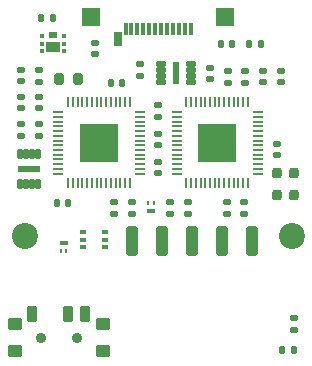
<source format=gbr>
%TF.GenerationSoftware,KiCad,Pcbnew,7.0.8*%
%TF.CreationDate,2024-04-10T13:39:31+02:00*%
%TF.ProjectId,Expansion_Card_Retrofit,45787061-6e73-4696-9f6e-5f436172645f,X1*%
%TF.SameCoordinates,Original*%
%TF.FileFunction,Soldermask,Top*%
%TF.FilePolarity,Negative*%
%FSLAX46Y46*%
G04 Gerber Fmt 4.6, Leading zero omitted, Abs format (unit mm)*
G04 Created by KiCad (PCBNEW 7.0.8) date 2024-04-10 13:39:31*
%MOMM*%
%LPD*%
G01*
G04 APERTURE LIST*
G04 Aperture macros list*
%AMRoundRect*
0 Rectangle with rounded corners*
0 $1 Rounding radius*
0 $2 $3 $4 $5 $6 $7 $8 $9 X,Y pos of 4 corners*
0 Add a 4 corners polygon primitive as box body*
4,1,4,$2,$3,$4,$5,$6,$7,$8,$9,$2,$3,0*
0 Add four circle primitives for the rounded corners*
1,1,$1+$1,$2,$3*
1,1,$1+$1,$4,$5*
1,1,$1+$1,$6,$7*
1,1,$1+$1,$8,$9*
0 Add four rect primitives between the rounded corners*
20,1,$1+$1,$2,$3,$4,$5,0*
20,1,$1+$1,$4,$5,$6,$7,0*
20,1,$1+$1,$6,$7,$8,$9,0*
20,1,$1+$1,$8,$9,$2,$3,0*%
G04 Aperture macros list end*
%ADD10C,2.200000*%
%ADD11RoundRect,0.102000X-0.150000X-0.850000X0.150000X-0.850000X0.150000X0.850000X-0.150000X0.850000X0*%
%ADD12RoundRect,0.102000X-0.300000X-0.150000X0.300000X-0.150000X0.300000X0.150000X-0.300000X0.150000X0*%
%ADD13RoundRect,0.050000X0.050000X-0.387500X0.050000X0.387500X-0.050000X0.387500X-0.050000X-0.387500X0*%
%ADD14RoundRect,0.050000X0.387500X-0.050000X0.387500X0.050000X-0.387500X0.050000X-0.387500X-0.050000X0*%
%ADD15R,3.200000X3.200000*%
%ADD16R,0.600000X0.420000*%
%ADD17RoundRect,0.140000X-0.140000X-0.170000X0.140000X-0.170000X0.140000X0.170000X-0.140000X0.170000X0*%
%ADD18RoundRect,0.147500X-0.147500X-0.172500X0.147500X-0.172500X0.147500X0.172500X-0.147500X0.172500X0*%
%ADD19RoundRect,0.140000X-0.170000X0.140000X-0.170000X-0.140000X0.170000X-0.140000X0.170000X0.140000X0*%
%ADD20RoundRect,0.140000X0.170000X-0.140000X0.170000X0.140000X-0.170000X0.140000X-0.170000X-0.140000X0*%
%ADD21R,0.380000X1.000000*%
%ADD22R,0.700000X1.150000*%
%ADD23RoundRect,0.050000X-0.050000X-0.387500X0.050000X-0.387500X0.050000X0.387500X-0.050000X0.387500X0*%
%ADD24RoundRect,0.050000X-0.387500X-0.050000X0.387500X-0.050000X0.387500X0.050000X-0.387500X0.050000X0*%
%ADD25R,0.425000X0.400000*%
%ADD26R,1.150000X0.950000*%
%ADD27R,0.800000X0.480000*%
%ADD28RoundRect,0.250000X-0.250000X-1.000000X0.250000X-1.000000X0.250000X1.000000X-0.250000X1.000000X0*%
%ADD29R,1.500000X1.500000*%
%ADD30RoundRect,0.200000X0.200000X0.250000X-0.200000X0.250000X-0.200000X-0.250000X0.200000X-0.250000X0*%
%ADD31RoundRect,0.200000X0.200000X0.275000X-0.200000X0.275000X-0.200000X-0.275000X0.200000X-0.275000X0*%
%ADD32RoundRect,0.102000X0.150000X-0.300000X0.150000X0.300000X-0.150000X0.300000X-0.150000X-0.300000X0*%
%ADD33RoundRect,0.102000X0.850000X-0.150000X0.850000X0.150000X-0.850000X0.150000X-0.850000X-0.150000X0*%
%ADD34R,0.250000X0.400000*%
%ADD35R,0.700000X0.400000*%
%ADD36RoundRect,0.135000X-0.185000X0.135000X-0.185000X-0.135000X0.185000X-0.135000X0.185000X0.135000X0*%
%ADD37RoundRect,0.140000X0.140000X0.170000X-0.140000X0.170000X-0.140000X-0.170000X0.140000X-0.170000X0*%
%ADD38RoundRect,0.135000X0.135000X0.185000X-0.135000X0.185000X-0.135000X-0.185000X0.135000X-0.185000X0*%
%ADD39RoundRect,0.135000X0.185000X-0.135000X0.185000X0.135000X-0.185000X0.135000X-0.185000X-0.135000X0*%
%ADD40C,0.900000*%
%ADD41RoundRect,0.102000X-0.350000X0.550000X-0.350000X-0.550000X0.350000X-0.550000X0.350000X0.550000X0*%
%ADD42RoundRect,0.102000X0.500000X0.400000X-0.500000X0.400000X-0.500000X-0.400000X0.500000X-0.400000X0*%
G04 APERTURE END LIST*
D10*
%TO.C,H1*%
X129000000Y-104550000D03*
%TD*%
D11*
%TO.C,U5*%
X141800000Y-90800000D03*
D12*
X143050000Y-90050000D03*
X143050000Y-90550000D03*
X143050000Y-91050000D03*
X143050000Y-91550000D03*
X140550000Y-91550000D03*
X140550000Y-91050000D03*
X140550000Y-90550000D03*
X140550000Y-90050000D03*
%TD*%
D13*
%TO.C,U2*%
X132700000Y-100137500D03*
X133100000Y-100137500D03*
X133500000Y-100137500D03*
X133900000Y-100137500D03*
X134300000Y-100137500D03*
X134700000Y-100137500D03*
X135100000Y-100137500D03*
X135500000Y-100137500D03*
X135900000Y-100137500D03*
X136300000Y-100137500D03*
X136700000Y-100137500D03*
X137100000Y-100137500D03*
X137500000Y-100137500D03*
X137900000Y-100137500D03*
D14*
X138737500Y-99300000D03*
X138737500Y-98900000D03*
X138737500Y-98500000D03*
X138737500Y-98100000D03*
X138737500Y-97700000D03*
X138737500Y-97300000D03*
X138737500Y-96900000D03*
X138737500Y-96500000D03*
X138737500Y-96100000D03*
X138737500Y-95700000D03*
X138737500Y-95300000D03*
X138737500Y-94900000D03*
X138737500Y-94500000D03*
X138737500Y-94100000D03*
D13*
X137900000Y-93262500D03*
X137500000Y-93262500D03*
X137100000Y-93262500D03*
X136700000Y-93262500D03*
X136300000Y-93262500D03*
X135900000Y-93262500D03*
X135500000Y-93262500D03*
X135100000Y-93262500D03*
X134700000Y-93262500D03*
X134300000Y-93262500D03*
X133900000Y-93262500D03*
X133500000Y-93262500D03*
X133100000Y-93262500D03*
X132700000Y-93262500D03*
D14*
X131862500Y-94100000D03*
X131862500Y-94500000D03*
X131862500Y-94900000D03*
X131862500Y-95300000D03*
X131862500Y-95700000D03*
X131862500Y-96100000D03*
X131862500Y-96500000D03*
X131862500Y-96900000D03*
X131862500Y-97300000D03*
X131862500Y-97700000D03*
X131862500Y-98100000D03*
X131862500Y-98500000D03*
X131862500Y-98900000D03*
X131862500Y-99300000D03*
D15*
X135300000Y-96700000D03*
%TD*%
D16*
%TO.C,Q3*%
X135850000Y-105550000D03*
X135850000Y-104900000D03*
X135850000Y-104250000D03*
X133950000Y-104250000D03*
X133950000Y-104900000D03*
X133950000Y-105550000D03*
%TD*%
D17*
%TO.C,C24*%
X136320000Y-91600000D03*
X137280000Y-91600000D03*
%TD*%
D18*
%TO.C,D1*%
X150815000Y-114212500D03*
X151785000Y-114212500D03*
%TD*%
D19*
%TO.C,C19*%
X140300000Y-99280000D03*
X140300000Y-98320000D03*
%TD*%
D20*
%TO.C,C6*%
X130200000Y-96080000D03*
X130200000Y-95120000D03*
%TD*%
%TO.C,C1*%
X135000000Y-89180000D03*
X135000000Y-88220000D03*
%TD*%
D10*
%TO.C,H2*%
X151600000Y-104550000D03*
%TD*%
D21*
%TO.C,P1*%
X137550000Y-87090000D03*
X138050000Y-87090000D03*
X138550000Y-87090000D03*
X139050000Y-87090000D03*
X139550000Y-87090000D03*
X140050000Y-87090000D03*
X140550000Y-87090000D03*
X141050000Y-87090000D03*
X141550000Y-87090000D03*
X142050000Y-87090000D03*
X142550000Y-87090000D03*
X143050000Y-87090000D03*
D22*
X136880000Y-87930000D03*
%TD*%
D15*
%TO.C,U4*%
X145300000Y-96700000D03*
D23*
X142700000Y-93262500D03*
X143100000Y-93262500D03*
X143500000Y-93262500D03*
X143900000Y-93262500D03*
X144300000Y-93262500D03*
X144700000Y-93262500D03*
X145100000Y-93262500D03*
X145500000Y-93262500D03*
X145900000Y-93262500D03*
X146300000Y-93262500D03*
X146700000Y-93262500D03*
X147100000Y-93262500D03*
X147500000Y-93262500D03*
X147900000Y-93262500D03*
D24*
X148737500Y-94100000D03*
X148737500Y-94500000D03*
X148737500Y-94900000D03*
X148737500Y-95300000D03*
X148737500Y-95700000D03*
X148737500Y-96100000D03*
X148737500Y-96500000D03*
X148737500Y-96900000D03*
X148737500Y-97300000D03*
X148737500Y-97700000D03*
X148737500Y-98100000D03*
X148737500Y-98500000D03*
X148737500Y-98900000D03*
X148737500Y-99300000D03*
D23*
X147900000Y-100137500D03*
X147500000Y-100137500D03*
X147100000Y-100137500D03*
X146700000Y-100137500D03*
X146300000Y-100137500D03*
X145900000Y-100137500D03*
X145500000Y-100137500D03*
X145100000Y-100137500D03*
X144700000Y-100137500D03*
X144300000Y-100137500D03*
X143900000Y-100137500D03*
X143500000Y-100137500D03*
X143100000Y-100137500D03*
X142700000Y-100137500D03*
D24*
X141862500Y-99300000D03*
X141862500Y-98900000D03*
X141862500Y-98500000D03*
X141862500Y-98100000D03*
X141862500Y-97700000D03*
X141862500Y-97300000D03*
X141862500Y-96900000D03*
X141862500Y-96500000D03*
X141862500Y-96100000D03*
X141862500Y-95700000D03*
X141862500Y-95300000D03*
X141862500Y-94900000D03*
X141862500Y-94500000D03*
X141862500Y-94100000D03*
%TD*%
D20*
%TO.C,C14*%
X149200000Y-90620000D03*
X149200000Y-91580000D03*
%TD*%
%TO.C,C7*%
X128700000Y-93780000D03*
X128700000Y-92820000D03*
%TD*%
%TO.C,C9*%
X128700000Y-91480000D03*
X128700000Y-90520000D03*
%TD*%
D25*
%TO.C,U1*%
X132337500Y-88950000D03*
X132337500Y-88300000D03*
X132337500Y-87650000D03*
X130462500Y-87650000D03*
X130462500Y-88300000D03*
X130462500Y-88950000D03*
D26*
X131400000Y-88625000D03*
D27*
X131400000Y-87600000D03*
%TD*%
D20*
%TO.C,C8*%
X130200000Y-93780000D03*
X130200000Y-92820000D03*
%TD*%
D19*
%TO.C,C22*%
X136600000Y-101720000D03*
X136600000Y-102680000D03*
%TD*%
D28*
%TO.C,J1*%
X138120000Y-105025000D03*
X140660000Y-105025000D03*
X143200000Y-105025000D03*
X145740000Y-105025000D03*
X148280000Y-105025000D03*
%TD*%
D29*
%TO.C,TP3*%
X146000000Y-86050000D03*
%TD*%
%TO.C,TP1*%
X134600000Y-86050000D03*
%TD*%
D30*
%TO.C,X1*%
X151825000Y-101125000D03*
X151825000Y-99275000D03*
X150375000Y-99275000D03*
X150375000Y-101125000D03*
%TD*%
D20*
%TO.C,C18*%
X142800000Y-102680000D03*
X142800000Y-101720000D03*
%TD*%
%TO.C,C11*%
X128700000Y-96080000D03*
X128700000Y-95120000D03*
%TD*%
%TO.C,C5*%
X140300000Y-96880000D03*
X140300000Y-95920000D03*
%TD*%
D31*
%TO.C,R11*%
X133525000Y-91300000D03*
X131875000Y-91300000D03*
%TD*%
D32*
%TO.C,U3*%
X128650000Y-100150000D03*
X129150000Y-100150000D03*
X129650000Y-100150000D03*
X130150000Y-100150000D03*
X130150000Y-97650000D03*
X129650000Y-97650000D03*
X129150000Y-97650000D03*
X128650000Y-97650000D03*
D33*
X129400000Y-98900000D03*
%TD*%
D20*
%TO.C,C16*%
X140300000Y-93520000D03*
X140300000Y-94480000D03*
%TD*%
D34*
%TO.C,Q2*%
X132075000Y-105850000D03*
X132525000Y-105850000D03*
D35*
X132300000Y-105150000D03*
%TD*%
D36*
%TO.C,R12*%
X130200000Y-90490000D03*
X130200000Y-91510000D03*
%TD*%
D20*
%TO.C,C21*%
X150400000Y-96770000D03*
X150400000Y-97730000D03*
%TD*%
D19*
%TO.C,C20*%
X146100000Y-102680000D03*
X146100000Y-101720000D03*
%TD*%
D17*
%TO.C,C2*%
X130420000Y-86100000D03*
X131380000Y-86100000D03*
%TD*%
D36*
%TO.C,R1*%
X138800000Y-89990000D03*
X138800000Y-91010000D03*
%TD*%
D34*
%TO.C,Q1*%
X139925000Y-101750000D03*
X139475000Y-101750000D03*
D35*
X139700000Y-102450000D03*
%TD*%
D37*
%TO.C,C10*%
X132680000Y-101800000D03*
X131720000Y-101800000D03*
%TD*%
D38*
%TO.C,R17*%
X149010000Y-88300000D03*
X147990000Y-88300000D03*
%TD*%
D19*
%TO.C,C12*%
X147600000Y-102680000D03*
X147600000Y-101720000D03*
%TD*%
D39*
%TO.C,R15*%
X138100000Y-102710000D03*
X138100000Y-101690000D03*
%TD*%
D20*
%TO.C,C13*%
X144700000Y-90320000D03*
X144700000Y-91280000D03*
%TD*%
%TO.C,C15*%
X150700000Y-90620000D03*
X150700000Y-91580000D03*
%TD*%
D40*
%TO.C,S1*%
X133400000Y-113200000D03*
X130400000Y-113200000D03*
D41*
X129650000Y-111150000D03*
X132650000Y-111150000D03*
X134150000Y-111150000D03*
D42*
X135650000Y-114350000D03*
X128150000Y-114350000D03*
X128150000Y-112050000D03*
X135650000Y-112050000D03*
%TD*%
D39*
%TO.C,R16*%
X141300000Y-102710000D03*
X141300000Y-101690000D03*
%TD*%
D36*
%TO.C,R9*%
X146200000Y-91610000D03*
X146200000Y-90590000D03*
%TD*%
%TO.C,R10*%
X147700000Y-91610000D03*
X147700000Y-90590000D03*
%TD*%
D18*
%TO.C,D2*%
X145615000Y-88300000D03*
X146585000Y-88300000D03*
%TD*%
D36*
%TO.C,R4*%
X151800000Y-111552500D03*
X151800000Y-112572500D03*
%TD*%
M02*

</source>
